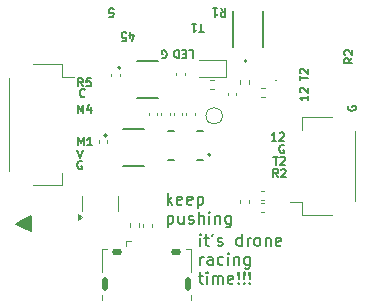
<source format=gto>
%TF.GenerationSoftware,KiCad,Pcbnew,8.0.6*%
%TF.CreationDate,2025-01-28T20:51:37+01:00*%
%TF.ProjectId,Flight controller goated,466c6967-6874-4206-936f-6e74726f6c6c,rev?*%
%TF.SameCoordinates,Original*%
%TF.FileFunction,Legend,Top*%
%TF.FilePolarity,Positive*%
%FSLAX46Y46*%
G04 Gerber Fmt 4.6, Leading zero omitted, Abs format (unit mm)*
G04 Created by KiCad (PCBNEW 8.0.6) date 2025-01-28 20:51:37*
%MOMM*%
%LPD*%
G01*
G04 APERTURE LIST*
%ADD10C,0.150000*%
%ADD11C,0.130000*%
%ADD12C,0.120000*%
%ADD13C,0.100000*%
%ADD14C,0.127000*%
%ADD15C,0.200000*%
%ADD16O,0.500000X1.150000*%
%ADD17O,0.850000X0.550000*%
G04 APERTURE END LIST*
D10*
X70150000Y-110010000D02*
X68870000Y-109420000D01*
X70150000Y-108810000D01*
X70150000Y-110010000D01*
G36*
X70150000Y-110010000D02*
G01*
X68870000Y-109420000D01*
X70150000Y-108810000D01*
X70150000Y-110010000D01*
G37*
D11*
X74702192Y-98640906D02*
X74668859Y-98674240D01*
X74668859Y-98674240D02*
X74568859Y-98707573D01*
X74568859Y-98707573D02*
X74502192Y-98707573D01*
X74502192Y-98707573D02*
X74402192Y-98674240D01*
X74402192Y-98674240D02*
X74335526Y-98607573D01*
X74335526Y-98607573D02*
X74302192Y-98540906D01*
X74302192Y-98540906D02*
X74268859Y-98407573D01*
X74268859Y-98407573D02*
X74268859Y-98307573D01*
X74268859Y-98307573D02*
X74302192Y-98174240D01*
X74302192Y-98174240D02*
X74335526Y-98107573D01*
X74335526Y-98107573D02*
X74402192Y-98040906D01*
X74402192Y-98040906D02*
X74502192Y-98007573D01*
X74502192Y-98007573D02*
X74568859Y-98007573D01*
X74568859Y-98007573D02*
X74668859Y-98040906D01*
X74668859Y-98040906D02*
X74702192Y-98074240D01*
X84747807Y-93242426D02*
X84347807Y-93242426D01*
X84547807Y-92542426D02*
X84547807Y-93242426D01*
X83747807Y-92542426D02*
X84147807Y-92542426D01*
X83947807Y-92542426D02*
X83947807Y-93242426D01*
X83947807Y-93242426D02*
X84014474Y-93142426D01*
X84014474Y-93142426D02*
X84081141Y-93075760D01*
X84081141Y-93075760D02*
X84147807Y-93042426D01*
X92907573Y-97297807D02*
X92907573Y-96897807D01*
X93607573Y-97097807D02*
X92907573Y-97097807D01*
X92974240Y-96697807D02*
X92940906Y-96664474D01*
X92940906Y-96664474D02*
X92907573Y-96597807D01*
X92907573Y-96597807D02*
X92907573Y-96431141D01*
X92907573Y-96431141D02*
X92940906Y-96364474D01*
X92940906Y-96364474D02*
X92974240Y-96331141D01*
X92974240Y-96331141D02*
X93040906Y-96297807D01*
X93040906Y-96297807D02*
X93107573Y-96297807D01*
X93107573Y-96297807D02*
X93207573Y-96331141D01*
X93207573Y-96331141D02*
X93607573Y-96731141D01*
X93607573Y-96731141D02*
X93607573Y-96297807D01*
X74052192Y-103157573D02*
X74285526Y-103857573D01*
X74285526Y-103857573D02*
X74518859Y-103157573D01*
X74102192Y-100057573D02*
X74102192Y-99357573D01*
X74102192Y-99357573D02*
X74335526Y-99857573D01*
X74335526Y-99857573D02*
X74568859Y-99357573D01*
X74568859Y-99357573D02*
X74568859Y-100057573D01*
X75202192Y-99590906D02*
X75202192Y-100057573D01*
X75035526Y-99324240D02*
X74868859Y-99824240D01*
X74868859Y-99824240D02*
X75302192Y-99824240D01*
X74152192Y-102807573D02*
X74152192Y-102107573D01*
X74152192Y-102107573D02*
X74385526Y-102607573D01*
X74385526Y-102607573D02*
X74618859Y-102107573D01*
X74618859Y-102107573D02*
X74618859Y-102807573D01*
X75318859Y-102807573D02*
X74918859Y-102807573D01*
X75118859Y-102807573D02*
X75118859Y-102107573D01*
X75118859Y-102107573D02*
X75052192Y-102207573D01*
X75052192Y-102207573D02*
X74985526Y-102274240D01*
X74985526Y-102274240D02*
X74918859Y-102307573D01*
X74468859Y-104140906D02*
X74402192Y-104107573D01*
X74402192Y-104107573D02*
X74302192Y-104107573D01*
X74302192Y-104107573D02*
X74202192Y-104140906D01*
X74202192Y-104140906D02*
X74135526Y-104207573D01*
X74135526Y-104207573D02*
X74102192Y-104274240D01*
X74102192Y-104274240D02*
X74068859Y-104407573D01*
X74068859Y-104407573D02*
X74068859Y-104507573D01*
X74068859Y-104507573D02*
X74102192Y-104640906D01*
X74102192Y-104640906D02*
X74135526Y-104707573D01*
X74135526Y-104707573D02*
X74202192Y-104774240D01*
X74202192Y-104774240D02*
X74302192Y-104807573D01*
X74302192Y-104807573D02*
X74368859Y-104807573D01*
X74368859Y-104807573D02*
X74468859Y-104774240D01*
X74468859Y-104774240D02*
X74502192Y-104740906D01*
X74502192Y-104740906D02*
X74502192Y-104507573D01*
X74502192Y-104507573D02*
X74368859Y-104507573D01*
X81231140Y-95409093D02*
X81297807Y-95442426D01*
X81297807Y-95442426D02*
X81397807Y-95442426D01*
X81397807Y-95442426D02*
X81497807Y-95409093D01*
X81497807Y-95409093D02*
X81564474Y-95342426D01*
X81564474Y-95342426D02*
X81597807Y-95275760D01*
X81597807Y-95275760D02*
X81631140Y-95142426D01*
X81631140Y-95142426D02*
X81631140Y-95042426D01*
X81631140Y-95042426D02*
X81597807Y-94909093D01*
X81597807Y-94909093D02*
X81564474Y-94842426D01*
X81564474Y-94842426D02*
X81497807Y-94775760D01*
X81497807Y-94775760D02*
X81397807Y-94742426D01*
X81397807Y-94742426D02*
X81331140Y-94742426D01*
X81331140Y-94742426D02*
X81231140Y-94775760D01*
X81231140Y-94775760D02*
X81197807Y-94809093D01*
X81197807Y-94809093D02*
X81197807Y-95042426D01*
X81197807Y-95042426D02*
X81331140Y-95042426D01*
X74552192Y-97807573D02*
X74318859Y-97474240D01*
X74152192Y-97807573D02*
X74152192Y-97107573D01*
X74152192Y-97107573D02*
X74418859Y-97107573D01*
X74418859Y-97107573D02*
X74485526Y-97140906D01*
X74485526Y-97140906D02*
X74518859Y-97174240D01*
X74518859Y-97174240D02*
X74552192Y-97240906D01*
X74552192Y-97240906D02*
X74552192Y-97340906D01*
X74552192Y-97340906D02*
X74518859Y-97407573D01*
X74518859Y-97407573D02*
X74485526Y-97440906D01*
X74485526Y-97440906D02*
X74418859Y-97474240D01*
X74418859Y-97474240D02*
X74152192Y-97474240D01*
X75185526Y-97107573D02*
X74852192Y-97107573D01*
X74852192Y-97107573D02*
X74818859Y-97440906D01*
X74818859Y-97440906D02*
X74852192Y-97407573D01*
X74852192Y-97407573D02*
X74918859Y-97374240D01*
X74918859Y-97374240D02*
X75085526Y-97374240D01*
X75085526Y-97374240D02*
X75152192Y-97407573D01*
X75152192Y-97407573D02*
X75185526Y-97440906D01*
X75185526Y-97440906D02*
X75218859Y-97507573D01*
X75218859Y-97507573D02*
X75218859Y-97674240D01*
X75218859Y-97674240D02*
X75185526Y-97740906D01*
X75185526Y-97740906D02*
X75152192Y-97774240D01*
X75152192Y-97774240D02*
X75085526Y-97807573D01*
X75085526Y-97807573D02*
X74918859Y-97807573D01*
X74918859Y-97807573D02*
X74852192Y-97774240D01*
X74852192Y-97774240D02*
X74818859Y-97740906D01*
X83514474Y-94692426D02*
X83847807Y-94692426D01*
X83847807Y-94692426D02*
X83847807Y-95392426D01*
X83281140Y-95059093D02*
X83047807Y-95059093D01*
X82947807Y-94692426D02*
X83281140Y-94692426D01*
X83281140Y-94692426D02*
X83281140Y-95392426D01*
X83281140Y-95392426D02*
X82947807Y-95392426D01*
X82647807Y-94692426D02*
X82647807Y-95392426D01*
X82647807Y-95392426D02*
X82481140Y-95392426D01*
X82481140Y-95392426D02*
X82381140Y-95359093D01*
X82381140Y-95359093D02*
X82314474Y-95292426D01*
X82314474Y-95292426D02*
X82281140Y-95225760D01*
X82281140Y-95225760D02*
X82247807Y-95092426D01*
X82247807Y-95092426D02*
X82247807Y-94992426D01*
X82247807Y-94992426D02*
X82281140Y-94859093D01*
X82281140Y-94859093D02*
X82314474Y-94792426D01*
X82314474Y-94792426D02*
X82381140Y-94725760D01*
X82381140Y-94725760D02*
X82481140Y-94692426D01*
X82481140Y-94692426D02*
X82647807Y-94692426D01*
X76764474Y-91892426D02*
X77097807Y-91892426D01*
X77097807Y-91892426D02*
X77131140Y-91559093D01*
X77131140Y-91559093D02*
X77097807Y-91592426D01*
X77097807Y-91592426D02*
X77031140Y-91625760D01*
X77031140Y-91625760D02*
X76864474Y-91625760D01*
X76864474Y-91625760D02*
X76797807Y-91592426D01*
X76797807Y-91592426D02*
X76764474Y-91559093D01*
X76764474Y-91559093D02*
X76731140Y-91492426D01*
X76731140Y-91492426D02*
X76731140Y-91325760D01*
X76731140Y-91325760D02*
X76764474Y-91259093D01*
X76764474Y-91259093D02*
X76797807Y-91225760D01*
X76797807Y-91225760D02*
X76864474Y-91192426D01*
X76864474Y-91192426D02*
X77031140Y-91192426D01*
X77031140Y-91192426D02*
X77097807Y-91225760D01*
X77097807Y-91225760D02*
X77131140Y-91259093D01*
X96990906Y-99481140D02*
X96957573Y-99547807D01*
X96957573Y-99547807D02*
X96957573Y-99647807D01*
X96957573Y-99647807D02*
X96990906Y-99747807D01*
X96990906Y-99747807D02*
X97057573Y-99814474D01*
X97057573Y-99814474D02*
X97124240Y-99847807D01*
X97124240Y-99847807D02*
X97257573Y-99881140D01*
X97257573Y-99881140D02*
X97357573Y-99881140D01*
X97357573Y-99881140D02*
X97490906Y-99847807D01*
X97490906Y-99847807D02*
X97557573Y-99814474D01*
X97557573Y-99814474D02*
X97624240Y-99747807D01*
X97624240Y-99747807D02*
X97657573Y-99647807D01*
X97657573Y-99647807D02*
X97657573Y-99581140D01*
X97657573Y-99581140D02*
X97624240Y-99481140D01*
X97624240Y-99481140D02*
X97590906Y-99447807D01*
X97590906Y-99447807D02*
X97357573Y-99447807D01*
X97357573Y-99447807D02*
X97357573Y-99581140D01*
X90918859Y-102407573D02*
X90518859Y-102407573D01*
X90718859Y-102407573D02*
X90718859Y-101707573D01*
X90718859Y-101707573D02*
X90652192Y-101807573D01*
X90652192Y-101807573D02*
X90585526Y-101874240D01*
X90585526Y-101874240D02*
X90518859Y-101907573D01*
X91185526Y-101774240D02*
X91218859Y-101740906D01*
X91218859Y-101740906D02*
X91285526Y-101707573D01*
X91285526Y-101707573D02*
X91452193Y-101707573D01*
X91452193Y-101707573D02*
X91518859Y-101740906D01*
X91518859Y-101740906D02*
X91552193Y-101774240D01*
X91552193Y-101774240D02*
X91585526Y-101840906D01*
X91585526Y-101840906D02*
X91585526Y-101907573D01*
X91585526Y-101907573D02*
X91552193Y-102007573D01*
X91552193Y-102007573D02*
X91152193Y-102407573D01*
X91152193Y-102407573D02*
X91585526Y-102407573D01*
X86197807Y-91192426D02*
X86431140Y-91525760D01*
X86597807Y-91192426D02*
X86597807Y-91892426D01*
X86597807Y-91892426D02*
X86331140Y-91892426D01*
X86331140Y-91892426D02*
X86264474Y-91859093D01*
X86264474Y-91859093D02*
X86231140Y-91825760D01*
X86231140Y-91825760D02*
X86197807Y-91759093D01*
X86197807Y-91759093D02*
X86197807Y-91659093D01*
X86197807Y-91659093D02*
X86231140Y-91592426D01*
X86231140Y-91592426D02*
X86264474Y-91559093D01*
X86264474Y-91559093D02*
X86331140Y-91525760D01*
X86331140Y-91525760D02*
X86597807Y-91525760D01*
X85531140Y-91192426D02*
X85931140Y-91192426D01*
X85731140Y-91192426D02*
X85731140Y-91892426D01*
X85731140Y-91892426D02*
X85797807Y-91792426D01*
X85797807Y-91792426D02*
X85864474Y-91725760D01*
X85864474Y-91725760D02*
X85931140Y-91692426D01*
X91568859Y-102790906D02*
X91502192Y-102757573D01*
X91502192Y-102757573D02*
X91402192Y-102757573D01*
X91402192Y-102757573D02*
X91302192Y-102790906D01*
X91302192Y-102790906D02*
X91235526Y-102857573D01*
X91235526Y-102857573D02*
X91202192Y-102924240D01*
X91202192Y-102924240D02*
X91168859Y-103057573D01*
X91168859Y-103057573D02*
X91168859Y-103157573D01*
X91168859Y-103157573D02*
X91202192Y-103290906D01*
X91202192Y-103290906D02*
X91235526Y-103357573D01*
X91235526Y-103357573D02*
X91302192Y-103424240D01*
X91302192Y-103424240D02*
X91402192Y-103457573D01*
X91402192Y-103457573D02*
X91468859Y-103457573D01*
X91468859Y-103457573D02*
X91568859Y-103424240D01*
X91568859Y-103424240D02*
X91602192Y-103390906D01*
X91602192Y-103390906D02*
X91602192Y-103157573D01*
X91602192Y-103157573D02*
X91468859Y-103157573D01*
X91052192Y-105507573D02*
X90818859Y-105174240D01*
X90652192Y-105507573D02*
X90652192Y-104807573D01*
X90652192Y-104807573D02*
X90918859Y-104807573D01*
X90918859Y-104807573D02*
X90985526Y-104840906D01*
X90985526Y-104840906D02*
X91018859Y-104874240D01*
X91018859Y-104874240D02*
X91052192Y-104940906D01*
X91052192Y-104940906D02*
X91052192Y-105040906D01*
X91052192Y-105040906D02*
X91018859Y-105107573D01*
X91018859Y-105107573D02*
X90985526Y-105140906D01*
X90985526Y-105140906D02*
X90918859Y-105174240D01*
X90918859Y-105174240D02*
X90652192Y-105174240D01*
X91318859Y-104874240D02*
X91352192Y-104840906D01*
X91352192Y-104840906D02*
X91418859Y-104807573D01*
X91418859Y-104807573D02*
X91585526Y-104807573D01*
X91585526Y-104807573D02*
X91652192Y-104840906D01*
X91652192Y-104840906D02*
X91685526Y-104874240D01*
X91685526Y-104874240D02*
X91718859Y-104940906D01*
X91718859Y-104940906D02*
X91718859Y-105007573D01*
X91718859Y-105007573D02*
X91685526Y-105107573D01*
X91685526Y-105107573D02*
X91285526Y-105507573D01*
X91285526Y-105507573D02*
X91718859Y-105507573D01*
X93607573Y-98581140D02*
X93607573Y-98981140D01*
X93607573Y-98781140D02*
X92907573Y-98781140D01*
X92907573Y-98781140D02*
X93007573Y-98847807D01*
X93007573Y-98847807D02*
X93074240Y-98914474D01*
X93074240Y-98914474D02*
X93107573Y-98981140D01*
X92974240Y-98314473D02*
X92940906Y-98281140D01*
X92940906Y-98281140D02*
X92907573Y-98214473D01*
X92907573Y-98214473D02*
X92907573Y-98047807D01*
X92907573Y-98047807D02*
X92940906Y-97981140D01*
X92940906Y-97981140D02*
X92974240Y-97947807D01*
X92974240Y-97947807D02*
X93040906Y-97914473D01*
X93040906Y-97914473D02*
X93107573Y-97914473D01*
X93107573Y-97914473D02*
X93207573Y-97947807D01*
X93207573Y-97947807D02*
X93607573Y-98347807D01*
X93607573Y-98347807D02*
X93607573Y-97914473D01*
X84473621Y-111300971D02*
X84473621Y-110634304D01*
X84473621Y-110300971D02*
X84426002Y-110348590D01*
X84426002Y-110348590D02*
X84473621Y-110396209D01*
X84473621Y-110396209D02*
X84521240Y-110348590D01*
X84521240Y-110348590D02*
X84473621Y-110300971D01*
X84473621Y-110300971D02*
X84473621Y-110396209D01*
X84806954Y-110634304D02*
X85187906Y-110634304D01*
X84949811Y-110300971D02*
X84949811Y-111158113D01*
X84949811Y-111158113D02*
X84997430Y-111253352D01*
X84997430Y-111253352D02*
X85092668Y-111300971D01*
X85092668Y-111300971D02*
X85187906Y-111300971D01*
X85568859Y-110300971D02*
X85473621Y-110491447D01*
X85949811Y-111253352D02*
X86045049Y-111300971D01*
X86045049Y-111300971D02*
X86235525Y-111300971D01*
X86235525Y-111300971D02*
X86330763Y-111253352D01*
X86330763Y-111253352D02*
X86378382Y-111158113D01*
X86378382Y-111158113D02*
X86378382Y-111110494D01*
X86378382Y-111110494D02*
X86330763Y-111015256D01*
X86330763Y-111015256D02*
X86235525Y-110967637D01*
X86235525Y-110967637D02*
X86092668Y-110967637D01*
X86092668Y-110967637D02*
X85997430Y-110920018D01*
X85997430Y-110920018D02*
X85949811Y-110824780D01*
X85949811Y-110824780D02*
X85949811Y-110777161D01*
X85949811Y-110777161D02*
X85997430Y-110681923D01*
X85997430Y-110681923D02*
X86092668Y-110634304D01*
X86092668Y-110634304D02*
X86235525Y-110634304D01*
X86235525Y-110634304D02*
X86330763Y-110681923D01*
X87997430Y-111300971D02*
X87997430Y-110300971D01*
X87997430Y-111253352D02*
X87902192Y-111300971D01*
X87902192Y-111300971D02*
X87711716Y-111300971D01*
X87711716Y-111300971D02*
X87616478Y-111253352D01*
X87616478Y-111253352D02*
X87568859Y-111205732D01*
X87568859Y-111205732D02*
X87521240Y-111110494D01*
X87521240Y-111110494D02*
X87521240Y-110824780D01*
X87521240Y-110824780D02*
X87568859Y-110729542D01*
X87568859Y-110729542D02*
X87616478Y-110681923D01*
X87616478Y-110681923D02*
X87711716Y-110634304D01*
X87711716Y-110634304D02*
X87902192Y-110634304D01*
X87902192Y-110634304D02*
X87997430Y-110681923D01*
X88473621Y-111300971D02*
X88473621Y-110634304D01*
X88473621Y-110824780D02*
X88521240Y-110729542D01*
X88521240Y-110729542D02*
X88568859Y-110681923D01*
X88568859Y-110681923D02*
X88664097Y-110634304D01*
X88664097Y-110634304D02*
X88759335Y-110634304D01*
X89235526Y-111300971D02*
X89140288Y-111253352D01*
X89140288Y-111253352D02*
X89092669Y-111205732D01*
X89092669Y-111205732D02*
X89045050Y-111110494D01*
X89045050Y-111110494D02*
X89045050Y-110824780D01*
X89045050Y-110824780D02*
X89092669Y-110729542D01*
X89092669Y-110729542D02*
X89140288Y-110681923D01*
X89140288Y-110681923D02*
X89235526Y-110634304D01*
X89235526Y-110634304D02*
X89378383Y-110634304D01*
X89378383Y-110634304D02*
X89473621Y-110681923D01*
X89473621Y-110681923D02*
X89521240Y-110729542D01*
X89521240Y-110729542D02*
X89568859Y-110824780D01*
X89568859Y-110824780D02*
X89568859Y-111110494D01*
X89568859Y-111110494D02*
X89521240Y-111205732D01*
X89521240Y-111205732D02*
X89473621Y-111253352D01*
X89473621Y-111253352D02*
X89378383Y-111300971D01*
X89378383Y-111300971D02*
X89235526Y-111300971D01*
X89997431Y-110634304D02*
X89997431Y-111300971D01*
X89997431Y-110729542D02*
X90045050Y-110681923D01*
X90045050Y-110681923D02*
X90140288Y-110634304D01*
X90140288Y-110634304D02*
X90283145Y-110634304D01*
X90283145Y-110634304D02*
X90378383Y-110681923D01*
X90378383Y-110681923D02*
X90426002Y-110777161D01*
X90426002Y-110777161D02*
X90426002Y-111300971D01*
X91283145Y-111253352D02*
X91187907Y-111300971D01*
X91187907Y-111300971D02*
X90997431Y-111300971D01*
X90997431Y-111300971D02*
X90902193Y-111253352D01*
X90902193Y-111253352D02*
X90854574Y-111158113D01*
X90854574Y-111158113D02*
X90854574Y-110777161D01*
X90854574Y-110777161D02*
X90902193Y-110681923D01*
X90902193Y-110681923D02*
X90997431Y-110634304D01*
X90997431Y-110634304D02*
X91187907Y-110634304D01*
X91187907Y-110634304D02*
X91283145Y-110681923D01*
X91283145Y-110681923D02*
X91330764Y-110777161D01*
X91330764Y-110777161D02*
X91330764Y-110872399D01*
X91330764Y-110872399D02*
X90854574Y-110967637D01*
X84473621Y-112910915D02*
X84473621Y-112244248D01*
X84473621Y-112434724D02*
X84521240Y-112339486D01*
X84521240Y-112339486D02*
X84568859Y-112291867D01*
X84568859Y-112291867D02*
X84664097Y-112244248D01*
X84664097Y-112244248D02*
X84759335Y-112244248D01*
X85521240Y-112910915D02*
X85521240Y-112387105D01*
X85521240Y-112387105D02*
X85473621Y-112291867D01*
X85473621Y-112291867D02*
X85378383Y-112244248D01*
X85378383Y-112244248D02*
X85187907Y-112244248D01*
X85187907Y-112244248D02*
X85092669Y-112291867D01*
X85521240Y-112863296D02*
X85426002Y-112910915D01*
X85426002Y-112910915D02*
X85187907Y-112910915D01*
X85187907Y-112910915D02*
X85092669Y-112863296D01*
X85092669Y-112863296D02*
X85045050Y-112768057D01*
X85045050Y-112768057D02*
X85045050Y-112672819D01*
X85045050Y-112672819D02*
X85092669Y-112577581D01*
X85092669Y-112577581D02*
X85187907Y-112529962D01*
X85187907Y-112529962D02*
X85426002Y-112529962D01*
X85426002Y-112529962D02*
X85521240Y-112482343D01*
X86426002Y-112863296D02*
X86330764Y-112910915D01*
X86330764Y-112910915D02*
X86140288Y-112910915D01*
X86140288Y-112910915D02*
X86045050Y-112863296D01*
X86045050Y-112863296D02*
X85997431Y-112815676D01*
X85997431Y-112815676D02*
X85949812Y-112720438D01*
X85949812Y-112720438D02*
X85949812Y-112434724D01*
X85949812Y-112434724D02*
X85997431Y-112339486D01*
X85997431Y-112339486D02*
X86045050Y-112291867D01*
X86045050Y-112291867D02*
X86140288Y-112244248D01*
X86140288Y-112244248D02*
X86330764Y-112244248D01*
X86330764Y-112244248D02*
X86426002Y-112291867D01*
X86854574Y-112910915D02*
X86854574Y-112244248D01*
X86854574Y-111910915D02*
X86806955Y-111958534D01*
X86806955Y-111958534D02*
X86854574Y-112006153D01*
X86854574Y-112006153D02*
X86902193Y-111958534D01*
X86902193Y-111958534D02*
X86854574Y-111910915D01*
X86854574Y-111910915D02*
X86854574Y-112006153D01*
X87330764Y-112244248D02*
X87330764Y-112910915D01*
X87330764Y-112339486D02*
X87378383Y-112291867D01*
X87378383Y-112291867D02*
X87473621Y-112244248D01*
X87473621Y-112244248D02*
X87616478Y-112244248D01*
X87616478Y-112244248D02*
X87711716Y-112291867D01*
X87711716Y-112291867D02*
X87759335Y-112387105D01*
X87759335Y-112387105D02*
X87759335Y-112910915D01*
X88664097Y-112244248D02*
X88664097Y-113053772D01*
X88664097Y-113053772D02*
X88616478Y-113149010D01*
X88616478Y-113149010D02*
X88568859Y-113196629D01*
X88568859Y-113196629D02*
X88473621Y-113244248D01*
X88473621Y-113244248D02*
X88330764Y-113244248D01*
X88330764Y-113244248D02*
X88235526Y-113196629D01*
X88664097Y-112863296D02*
X88568859Y-112910915D01*
X88568859Y-112910915D02*
X88378383Y-112910915D01*
X88378383Y-112910915D02*
X88283145Y-112863296D01*
X88283145Y-112863296D02*
X88235526Y-112815676D01*
X88235526Y-112815676D02*
X88187907Y-112720438D01*
X88187907Y-112720438D02*
X88187907Y-112434724D01*
X88187907Y-112434724D02*
X88235526Y-112339486D01*
X88235526Y-112339486D02*
X88283145Y-112291867D01*
X88283145Y-112291867D02*
X88378383Y-112244248D01*
X88378383Y-112244248D02*
X88568859Y-112244248D01*
X88568859Y-112244248D02*
X88664097Y-112291867D01*
X84330764Y-113854192D02*
X84711716Y-113854192D01*
X84473621Y-113520859D02*
X84473621Y-114378001D01*
X84473621Y-114378001D02*
X84521240Y-114473240D01*
X84521240Y-114473240D02*
X84616478Y-114520859D01*
X84616478Y-114520859D02*
X84711716Y-114520859D01*
X85045050Y-114520859D02*
X85045050Y-113854192D01*
X85045050Y-113520859D02*
X84997431Y-113568478D01*
X84997431Y-113568478D02*
X85045050Y-113616097D01*
X85045050Y-113616097D02*
X85092669Y-113568478D01*
X85092669Y-113568478D02*
X85045050Y-113520859D01*
X85045050Y-113520859D02*
X85045050Y-113616097D01*
X85521240Y-114520859D02*
X85521240Y-113854192D01*
X85521240Y-113949430D02*
X85568859Y-113901811D01*
X85568859Y-113901811D02*
X85664097Y-113854192D01*
X85664097Y-113854192D02*
X85806954Y-113854192D01*
X85806954Y-113854192D02*
X85902192Y-113901811D01*
X85902192Y-113901811D02*
X85949811Y-113997049D01*
X85949811Y-113997049D02*
X85949811Y-114520859D01*
X85949811Y-113997049D02*
X85997430Y-113901811D01*
X85997430Y-113901811D02*
X86092668Y-113854192D01*
X86092668Y-113854192D02*
X86235525Y-113854192D01*
X86235525Y-113854192D02*
X86330764Y-113901811D01*
X86330764Y-113901811D02*
X86378383Y-113997049D01*
X86378383Y-113997049D02*
X86378383Y-114520859D01*
X87235525Y-114473240D02*
X87140287Y-114520859D01*
X87140287Y-114520859D02*
X86949811Y-114520859D01*
X86949811Y-114520859D02*
X86854573Y-114473240D01*
X86854573Y-114473240D02*
X86806954Y-114378001D01*
X86806954Y-114378001D02*
X86806954Y-113997049D01*
X86806954Y-113997049D02*
X86854573Y-113901811D01*
X86854573Y-113901811D02*
X86949811Y-113854192D01*
X86949811Y-113854192D02*
X87140287Y-113854192D01*
X87140287Y-113854192D02*
X87235525Y-113901811D01*
X87235525Y-113901811D02*
X87283144Y-113997049D01*
X87283144Y-113997049D02*
X87283144Y-114092287D01*
X87283144Y-114092287D02*
X86806954Y-114187525D01*
X87711716Y-114425620D02*
X87759335Y-114473240D01*
X87759335Y-114473240D02*
X87711716Y-114520859D01*
X87711716Y-114520859D02*
X87664097Y-114473240D01*
X87664097Y-114473240D02*
X87711716Y-114425620D01*
X87711716Y-114425620D02*
X87711716Y-114520859D01*
X87711716Y-114139906D02*
X87664097Y-113568478D01*
X87664097Y-113568478D02*
X87711716Y-113520859D01*
X87711716Y-113520859D02*
X87759335Y-113568478D01*
X87759335Y-113568478D02*
X87711716Y-114139906D01*
X87711716Y-114139906D02*
X87711716Y-113520859D01*
X88187906Y-114425620D02*
X88235525Y-114473240D01*
X88235525Y-114473240D02*
X88187906Y-114520859D01*
X88187906Y-114520859D02*
X88140287Y-114473240D01*
X88140287Y-114473240D02*
X88187906Y-114425620D01*
X88187906Y-114425620D02*
X88187906Y-114520859D01*
X88187906Y-114139906D02*
X88140287Y-113568478D01*
X88140287Y-113568478D02*
X88187906Y-113520859D01*
X88187906Y-113520859D02*
X88235525Y-113568478D01*
X88235525Y-113568478D02*
X88187906Y-114139906D01*
X88187906Y-114139906D02*
X88187906Y-113520859D01*
X88664096Y-114425620D02*
X88711715Y-114473240D01*
X88711715Y-114473240D02*
X88664096Y-114520859D01*
X88664096Y-114520859D02*
X88616477Y-114473240D01*
X88616477Y-114473240D02*
X88664096Y-114425620D01*
X88664096Y-114425620D02*
X88664096Y-114520859D01*
X88664096Y-114139906D02*
X88616477Y-113568478D01*
X88616477Y-113568478D02*
X88664096Y-113520859D01*
X88664096Y-113520859D02*
X88711715Y-113568478D01*
X88711715Y-113568478D02*
X88664096Y-114139906D01*
X88664096Y-114139906D02*
X88664096Y-113520859D01*
X90652192Y-103757573D02*
X91052192Y-103757573D01*
X90852192Y-104457573D02*
X90852192Y-103757573D01*
X91252192Y-103824240D02*
X91285525Y-103790906D01*
X91285525Y-103790906D02*
X91352192Y-103757573D01*
X91352192Y-103757573D02*
X91518859Y-103757573D01*
X91518859Y-103757573D02*
X91585525Y-103790906D01*
X91585525Y-103790906D02*
X91618859Y-103824240D01*
X91618859Y-103824240D02*
X91652192Y-103890906D01*
X91652192Y-103890906D02*
X91652192Y-103957573D01*
X91652192Y-103957573D02*
X91618859Y-104057573D01*
X91618859Y-104057573D02*
X91218859Y-104457573D01*
X91218859Y-104457573D02*
X91652192Y-104457573D01*
X97357573Y-95397807D02*
X97024240Y-95631140D01*
X97357573Y-95797807D02*
X96657573Y-95797807D01*
X96657573Y-95797807D02*
X96657573Y-95531140D01*
X96657573Y-95531140D02*
X96690906Y-95464474D01*
X96690906Y-95464474D02*
X96724240Y-95431140D01*
X96724240Y-95431140D02*
X96790906Y-95397807D01*
X96790906Y-95397807D02*
X96890906Y-95397807D01*
X96890906Y-95397807D02*
X96957573Y-95431140D01*
X96957573Y-95431140D02*
X96990906Y-95464474D01*
X96990906Y-95464474D02*
X97024240Y-95531140D01*
X97024240Y-95531140D02*
X97024240Y-95797807D01*
X96724240Y-95131140D02*
X96690906Y-95097807D01*
X96690906Y-95097807D02*
X96657573Y-95031140D01*
X96657573Y-95031140D02*
X96657573Y-94864474D01*
X96657573Y-94864474D02*
X96690906Y-94797807D01*
X96690906Y-94797807D02*
X96724240Y-94764474D01*
X96724240Y-94764474D02*
X96790906Y-94731140D01*
X96790906Y-94731140D02*
X96857573Y-94731140D01*
X96857573Y-94731140D02*
X96957573Y-94764474D01*
X96957573Y-94764474D02*
X97357573Y-95164474D01*
X97357573Y-95164474D02*
X97357573Y-94731140D01*
X78547807Y-93709093D02*
X78547807Y-93242426D01*
X78714474Y-93975760D02*
X78881140Y-93475760D01*
X78881140Y-93475760D02*
X78447807Y-93475760D01*
X77847807Y-93942426D02*
X78181140Y-93942426D01*
X78181140Y-93942426D02*
X78214473Y-93609093D01*
X78214473Y-93609093D02*
X78181140Y-93642426D01*
X78181140Y-93642426D02*
X78114473Y-93675760D01*
X78114473Y-93675760D02*
X77947807Y-93675760D01*
X77947807Y-93675760D02*
X77881140Y-93642426D01*
X77881140Y-93642426D02*
X77847807Y-93609093D01*
X77847807Y-93609093D02*
X77814473Y-93542426D01*
X77814473Y-93542426D02*
X77814473Y-93375760D01*
X77814473Y-93375760D02*
X77847807Y-93309093D01*
X77847807Y-93309093D02*
X77881140Y-93275760D01*
X77881140Y-93275760D02*
X77947807Y-93242426D01*
X77947807Y-93242426D02*
X78114473Y-93242426D01*
X78114473Y-93242426D02*
X78181140Y-93275760D01*
X78181140Y-93275760D02*
X78214473Y-93309093D01*
X81723621Y-107810915D02*
X81723621Y-106810915D01*
X81818859Y-107429962D02*
X82104573Y-107810915D01*
X82104573Y-107144248D02*
X81723621Y-107525200D01*
X82914097Y-107763296D02*
X82818859Y-107810915D01*
X82818859Y-107810915D02*
X82628383Y-107810915D01*
X82628383Y-107810915D02*
X82533145Y-107763296D01*
X82533145Y-107763296D02*
X82485526Y-107668057D01*
X82485526Y-107668057D02*
X82485526Y-107287105D01*
X82485526Y-107287105D02*
X82533145Y-107191867D01*
X82533145Y-107191867D02*
X82628383Y-107144248D01*
X82628383Y-107144248D02*
X82818859Y-107144248D01*
X82818859Y-107144248D02*
X82914097Y-107191867D01*
X82914097Y-107191867D02*
X82961716Y-107287105D01*
X82961716Y-107287105D02*
X82961716Y-107382343D01*
X82961716Y-107382343D02*
X82485526Y-107477581D01*
X83771240Y-107763296D02*
X83676002Y-107810915D01*
X83676002Y-107810915D02*
X83485526Y-107810915D01*
X83485526Y-107810915D02*
X83390288Y-107763296D01*
X83390288Y-107763296D02*
X83342669Y-107668057D01*
X83342669Y-107668057D02*
X83342669Y-107287105D01*
X83342669Y-107287105D02*
X83390288Y-107191867D01*
X83390288Y-107191867D02*
X83485526Y-107144248D01*
X83485526Y-107144248D02*
X83676002Y-107144248D01*
X83676002Y-107144248D02*
X83771240Y-107191867D01*
X83771240Y-107191867D02*
X83818859Y-107287105D01*
X83818859Y-107287105D02*
X83818859Y-107382343D01*
X83818859Y-107382343D02*
X83342669Y-107477581D01*
X84247431Y-107144248D02*
X84247431Y-108144248D01*
X84247431Y-107191867D02*
X84342669Y-107144248D01*
X84342669Y-107144248D02*
X84533145Y-107144248D01*
X84533145Y-107144248D02*
X84628383Y-107191867D01*
X84628383Y-107191867D02*
X84676002Y-107239486D01*
X84676002Y-107239486D02*
X84723621Y-107334724D01*
X84723621Y-107334724D02*
X84723621Y-107620438D01*
X84723621Y-107620438D02*
X84676002Y-107715676D01*
X84676002Y-107715676D02*
X84628383Y-107763296D01*
X84628383Y-107763296D02*
X84533145Y-107810915D01*
X84533145Y-107810915D02*
X84342669Y-107810915D01*
X84342669Y-107810915D02*
X84247431Y-107763296D01*
X81723621Y-108754192D02*
X81723621Y-109754192D01*
X81723621Y-108801811D02*
X81818859Y-108754192D01*
X81818859Y-108754192D02*
X82009335Y-108754192D01*
X82009335Y-108754192D02*
X82104573Y-108801811D01*
X82104573Y-108801811D02*
X82152192Y-108849430D01*
X82152192Y-108849430D02*
X82199811Y-108944668D01*
X82199811Y-108944668D02*
X82199811Y-109230382D01*
X82199811Y-109230382D02*
X82152192Y-109325620D01*
X82152192Y-109325620D02*
X82104573Y-109373240D01*
X82104573Y-109373240D02*
X82009335Y-109420859D01*
X82009335Y-109420859D02*
X81818859Y-109420859D01*
X81818859Y-109420859D02*
X81723621Y-109373240D01*
X83056954Y-108754192D02*
X83056954Y-109420859D01*
X82628383Y-108754192D02*
X82628383Y-109278001D01*
X82628383Y-109278001D02*
X82676002Y-109373240D01*
X82676002Y-109373240D02*
X82771240Y-109420859D01*
X82771240Y-109420859D02*
X82914097Y-109420859D01*
X82914097Y-109420859D02*
X83009335Y-109373240D01*
X83009335Y-109373240D02*
X83056954Y-109325620D01*
X83485526Y-109373240D02*
X83580764Y-109420859D01*
X83580764Y-109420859D02*
X83771240Y-109420859D01*
X83771240Y-109420859D02*
X83866478Y-109373240D01*
X83866478Y-109373240D02*
X83914097Y-109278001D01*
X83914097Y-109278001D02*
X83914097Y-109230382D01*
X83914097Y-109230382D02*
X83866478Y-109135144D01*
X83866478Y-109135144D02*
X83771240Y-109087525D01*
X83771240Y-109087525D02*
X83628383Y-109087525D01*
X83628383Y-109087525D02*
X83533145Y-109039906D01*
X83533145Y-109039906D02*
X83485526Y-108944668D01*
X83485526Y-108944668D02*
X83485526Y-108897049D01*
X83485526Y-108897049D02*
X83533145Y-108801811D01*
X83533145Y-108801811D02*
X83628383Y-108754192D01*
X83628383Y-108754192D02*
X83771240Y-108754192D01*
X83771240Y-108754192D02*
X83866478Y-108801811D01*
X84342669Y-109420859D02*
X84342669Y-108420859D01*
X84771240Y-109420859D02*
X84771240Y-108897049D01*
X84771240Y-108897049D02*
X84723621Y-108801811D01*
X84723621Y-108801811D02*
X84628383Y-108754192D01*
X84628383Y-108754192D02*
X84485526Y-108754192D01*
X84485526Y-108754192D02*
X84390288Y-108801811D01*
X84390288Y-108801811D02*
X84342669Y-108849430D01*
X85247431Y-109420859D02*
X85247431Y-108754192D01*
X85247431Y-108420859D02*
X85199812Y-108468478D01*
X85199812Y-108468478D02*
X85247431Y-108516097D01*
X85247431Y-108516097D02*
X85295050Y-108468478D01*
X85295050Y-108468478D02*
X85247431Y-108420859D01*
X85247431Y-108420859D02*
X85247431Y-108516097D01*
X85723621Y-108754192D02*
X85723621Y-109420859D01*
X85723621Y-108849430D02*
X85771240Y-108801811D01*
X85771240Y-108801811D02*
X85866478Y-108754192D01*
X85866478Y-108754192D02*
X86009335Y-108754192D01*
X86009335Y-108754192D02*
X86104573Y-108801811D01*
X86104573Y-108801811D02*
X86152192Y-108897049D01*
X86152192Y-108897049D02*
X86152192Y-109420859D01*
X87056954Y-108754192D02*
X87056954Y-109563716D01*
X87056954Y-109563716D02*
X87009335Y-109658954D01*
X87009335Y-109658954D02*
X86961716Y-109706573D01*
X86961716Y-109706573D02*
X86866478Y-109754192D01*
X86866478Y-109754192D02*
X86723621Y-109754192D01*
X86723621Y-109754192D02*
X86628383Y-109706573D01*
X87056954Y-109373240D02*
X86961716Y-109420859D01*
X86961716Y-109420859D02*
X86771240Y-109420859D01*
X86771240Y-109420859D02*
X86676002Y-109373240D01*
X86676002Y-109373240D02*
X86628383Y-109325620D01*
X86628383Y-109325620D02*
X86580764Y-109230382D01*
X86580764Y-109230382D02*
X86580764Y-108944668D01*
X86580764Y-108944668D02*
X86628383Y-108849430D01*
X86628383Y-108849430D02*
X86676002Y-108801811D01*
X86676002Y-108801811D02*
X86771240Y-108754192D01*
X86771240Y-108754192D02*
X86961716Y-108754192D01*
X86961716Y-108754192D02*
X87056954Y-108801811D01*
D12*
%TO.C,R6*%
X78520000Y-109396359D02*
X78520000Y-109703641D01*
X79280000Y-109396359D02*
X79280000Y-109703641D01*
%TO.C,TP1*%
X86350000Y-100300000D02*
G75*
G02*
X84950000Y-100300000I-700000J0D01*
G01*
X84950000Y-100300000D02*
G75*
G02*
X86350000Y-100300000I700000J0D01*
G01*
%TO.C,R9*%
X89596359Y-107720000D02*
X89903641Y-107720000D01*
X89596359Y-108480000D02*
X89903641Y-108480000D01*
%TO.C,J2*%
X68315000Y-97110000D02*
X68315000Y-104990000D01*
X70285000Y-95940000D02*
X72785000Y-95940000D01*
X70285000Y-106160000D02*
X72785000Y-106160000D01*
X72785000Y-95940000D02*
X72785000Y-96990000D01*
X72785000Y-96990000D02*
X73775000Y-96990000D01*
X72785000Y-106160000D02*
X72785000Y-105110000D01*
%TO.C,R3*%
X87870000Y-97296359D02*
X87870000Y-97603641D01*
X88630000Y-97296359D02*
X88630000Y-97603641D01*
%TO.C,D3*%
X84387500Y-97035000D02*
X86672500Y-97035000D01*
X86672500Y-95565000D02*
X84387500Y-95565000D01*
X86672500Y-97035000D02*
X86672500Y-95565000D01*
%TO.C,J1*%
X76190000Y-111540000D02*
X76610000Y-111540000D01*
X76190000Y-113520000D02*
X76190000Y-111540000D01*
X76190000Y-115890000D02*
X76190000Y-115490000D01*
X78190000Y-111310000D02*
X78190000Y-110860000D01*
X78640000Y-110860000D02*
X78190000Y-110860000D01*
X83710000Y-111540000D02*
X83290000Y-111540000D01*
X83710000Y-113520000D02*
X83710000Y-111540000D01*
X83710000Y-115490000D02*
X83710000Y-115890000D01*
D13*
%TO.C,D2*%
X90955000Y-97300000D02*
G75*
G02*
X90855000Y-97300000I-50000J0D01*
G01*
X90855000Y-97300000D02*
G75*
G02*
X90955000Y-97300000I50000J0D01*
G01*
D12*
%TO.C,C18*%
X89827836Y-106690000D02*
X89612164Y-106690000D01*
X89827836Y-107410000D02*
X89612164Y-107410000D01*
%TO.C,R10*%
X89943641Y-97920000D02*
X89636359Y-97920000D01*
X89943641Y-98680000D02*
X89636359Y-98680000D01*
%TO.C,C9*%
X75877500Y-102572836D02*
X75877500Y-102357164D01*
X76597500Y-102572836D02*
X76597500Y-102357164D01*
%TO.C,D1*%
X74427500Y-107700000D02*
X74427500Y-107050000D01*
X74427500Y-107700000D02*
X74427500Y-108350000D01*
X77547500Y-107700000D02*
X77547500Y-107050000D01*
X77547500Y-107700000D02*
X77547500Y-108350000D01*
X74477500Y-108862500D02*
X74147500Y-109102500D01*
X74147500Y-108622500D01*
X74477500Y-108862500D01*
G36*
X74477500Y-108862500D02*
G01*
X74147500Y-109102500D01*
X74147500Y-108622500D01*
X74477500Y-108862500D01*
G37*
%TO.C,R11*%
X85631141Y-97270000D02*
X85323859Y-97270000D01*
X85631141Y-98030000D02*
X85323859Y-98030000D01*
D14*
%TO.C,U5*%
X81737500Y-101550000D02*
X82247500Y-101550000D01*
X82247500Y-104050000D02*
X81737500Y-104050000D01*
X84737500Y-101550000D02*
X84227500Y-101550000D01*
X84737500Y-104050000D02*
X84227500Y-104050000D01*
D15*
X85337500Y-103600000D02*
G75*
G02*
X85137500Y-103600000I-100000J0D01*
G01*
X85137500Y-103600000D02*
G75*
G02*
X85337500Y-103600000I100000J0D01*
G01*
D12*
%TO.C,C8*%
X80127500Y-100272836D02*
X80127500Y-100057164D01*
X80847500Y-100272836D02*
X80847500Y-100057164D01*
%TO.C,C25*%
X86790000Y-98342164D02*
X86790000Y-98557836D01*
X87510000Y-98342164D02*
X87510000Y-98557836D01*
%TO.C,R5*%
X79620000Y-109446359D02*
X79620000Y-109753641D01*
X80380000Y-109446359D02*
X80380000Y-109753641D01*
D14*
%TO.C,S1*%
X87250000Y-94437500D02*
X87250000Y-91437500D01*
X89750000Y-94437500D02*
X89750000Y-91437500D01*
D15*
X88400000Y-95637500D02*
G75*
G02*
X88200000Y-95637500I-100000J0D01*
G01*
X88200000Y-95637500D02*
G75*
G02*
X88400000Y-95637500I100000J0D01*
G01*
D12*
%TO.C,C15*%
X83277500Y-100057164D02*
X83277500Y-100272836D01*
X83997500Y-100057164D02*
X83997500Y-100272836D01*
%TO.C,C12*%
X82440000Y-96662164D02*
X82440000Y-96877836D01*
X83160000Y-96662164D02*
X83160000Y-96877836D01*
D14*
%TO.C,U4*%
X79105000Y-95661000D02*
X80905000Y-95661000D01*
X79105000Y-98819000D02*
X80905000Y-98819000D01*
D15*
X77705000Y-96240000D02*
G75*
G02*
X77505000Y-96240000I-100000J0D01*
G01*
X77505000Y-96240000D02*
G75*
G02*
X77705000Y-96240000I100000J0D01*
G01*
D12*
%TO.C,R8*%
X87810000Y-107703641D02*
X87810000Y-107396359D01*
X88570000Y-107703641D02*
X88570000Y-107396359D01*
%TO.C,C10*%
X81177500Y-100272836D02*
X81177500Y-100057164D01*
X81897500Y-100272836D02*
X81897500Y-100057164D01*
D14*
%TO.C,U3*%
X77937500Y-101386000D02*
X79737500Y-101386000D01*
X77937500Y-104544000D02*
X79737500Y-104544000D01*
D15*
X76537500Y-101965000D02*
G75*
G02*
X76337500Y-101965000I-100000J0D01*
G01*
X76337500Y-101965000D02*
G75*
G02*
X76537500Y-101965000I100000J0D01*
G01*
D12*
%TO.C,J3*%
X93090000Y-100440000D02*
X93090000Y-101490000D01*
X93090000Y-107610000D02*
X92100000Y-107610000D01*
X93090000Y-108660000D02*
X93090000Y-107610000D01*
X95590000Y-100440000D02*
X93090000Y-100440000D01*
X95590000Y-108660000D02*
X93090000Y-108660000D01*
X97560000Y-107490000D02*
X97560000Y-101610000D01*
%TO.C,C14*%
X82227500Y-100272836D02*
X82227500Y-100057164D01*
X82947500Y-100272836D02*
X82947500Y-100057164D01*
%TO.C,C7*%
X76945000Y-96967836D02*
X76945000Y-96752164D01*
X77665000Y-96967836D02*
X77665000Y-96752164D01*
%TD*%
D16*
X76450000Y-114500000D03*
D17*
X77450000Y-111800000D03*
X82450000Y-111800000D03*
D16*
X83450000Y-114500000D03*
M02*

</source>
